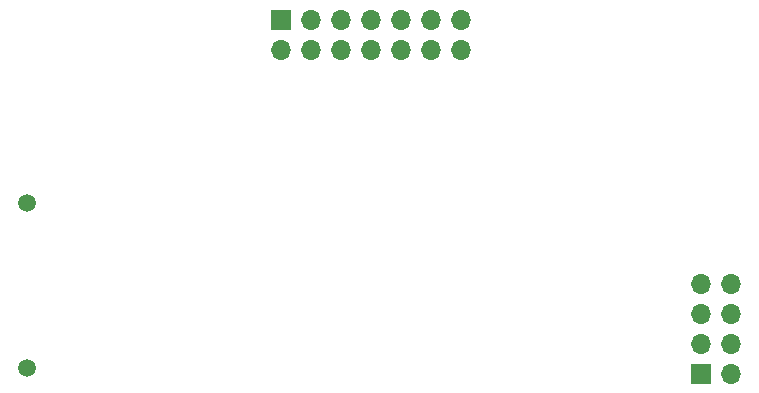
<source format=gbs>
G04 #@! TF.FileFunction,Soldermask,Bot*
%FSLAX46Y46*%
G04 Gerber Fmt 4.6, Leading zero omitted, Abs format (unit mm)*
G04 Created by KiCad (PCBNEW 4.0.6) date Monday, August 21, 2017 'PMt' 07:11:47 PM*
%MOMM*%
%LPD*%
G01*
G04 APERTURE LIST*
%ADD10C,0.100000*%
%ADD11C,1.500000*%
%ADD12R,1.700000X1.700000*%
%ADD13O,1.700000X1.700000*%
G04 APERTURE END LIST*
D10*
D11*
X105600000Y-72190000D03*
X105600000Y-86140000D03*
D12*
X162687000Y-86614000D03*
D13*
X165227000Y-86614000D03*
X162687000Y-84074000D03*
X165227000Y-84074000D03*
X162687000Y-81534000D03*
X165227000Y-81534000D03*
X162687000Y-78994000D03*
X165227000Y-78994000D03*
D12*
X127127000Y-56642000D03*
D13*
X127127000Y-59182000D03*
X129667000Y-56642000D03*
X129667000Y-59182000D03*
X132207000Y-56642000D03*
X132207000Y-59182000D03*
X134747000Y-56642000D03*
X134747000Y-59182000D03*
X137287000Y-56642000D03*
X137287000Y-59182000D03*
X139827000Y-56642000D03*
X139827000Y-59182000D03*
X142367000Y-56642000D03*
X142367000Y-59182000D03*
M02*

</source>
